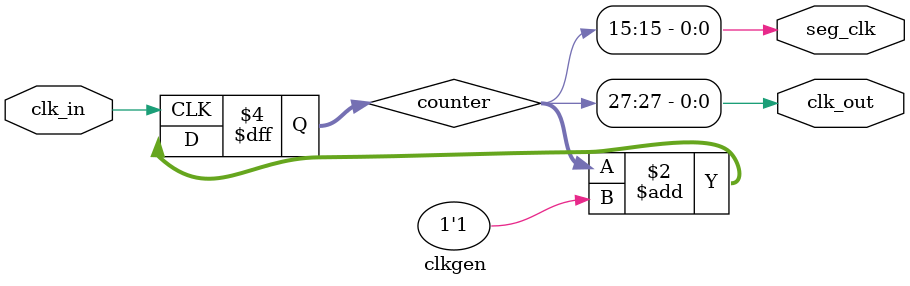
<source format=v>

module clkgen( input    clk_in,
               output   seg_clk, clk_out );

reg [27:0] counter = 28'd0;

always @(posedge clk_in)
begin
    counter <= counter + 1'b1;
end

assign clk_out = counter[27];
assign seg_clk = counter[15];

endmodule
</source>
